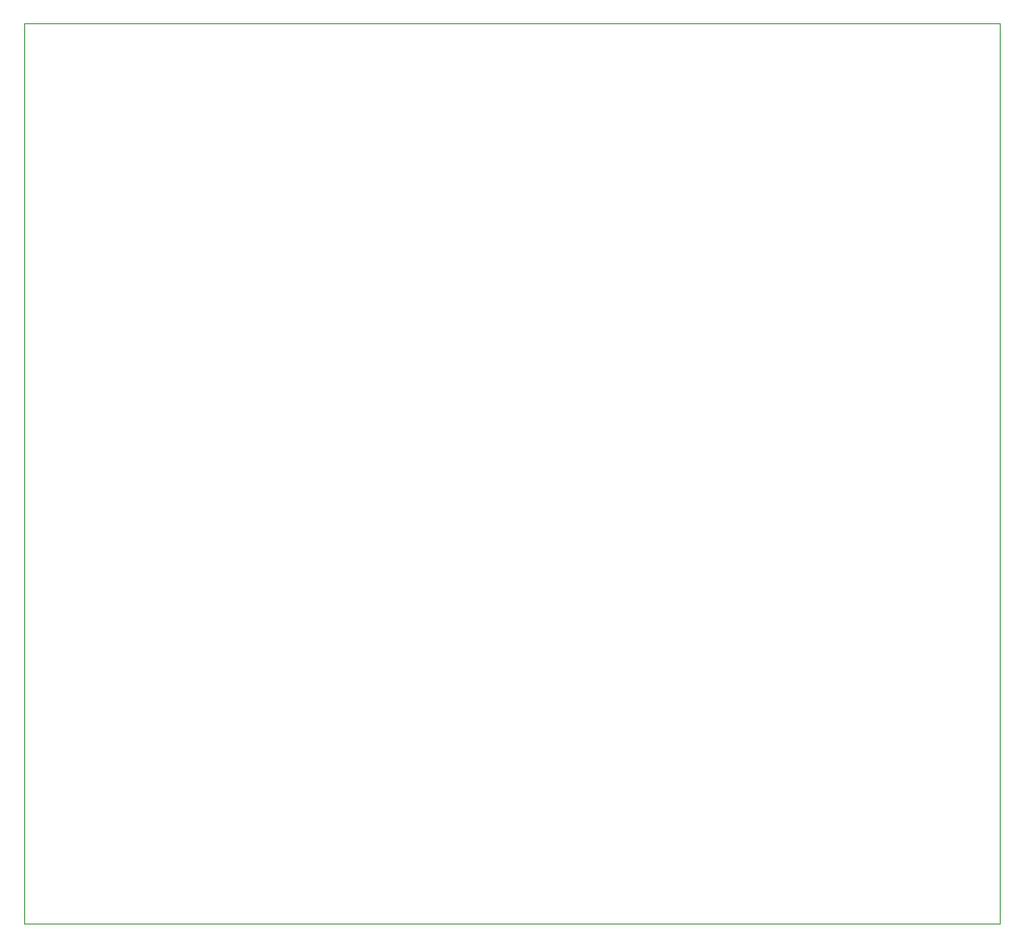
<source format=gbr>
%TF.GenerationSoftware,KiCad,Pcbnew,8.0.3*%
%TF.CreationDate,2025-01-28T15:41:37+01:00*%
%TF.ProjectId,Esp32-card,45737033-322d-4636-9172-642e6b696361,rev?*%
%TF.SameCoordinates,Original*%
%TF.FileFunction,Profile,NP*%
%FSLAX46Y46*%
G04 Gerber Fmt 4.6, Leading zero omitted, Abs format (unit mm)*
G04 Created by KiCad (PCBNEW 8.0.3) date 2025-01-28 15:41:37*
%MOMM*%
%LPD*%
G01*
G04 APERTURE LIST*
%TA.AperFunction,Profile*%
%ADD10C,0.050000*%
%TD*%
G04 APERTURE END LIST*
D10*
X117000000Y-42000000D02*
X209000000Y-42000000D01*
X209000000Y-127000000D01*
X117000000Y-127000000D01*
X117000000Y-42000000D01*
M02*

</source>
